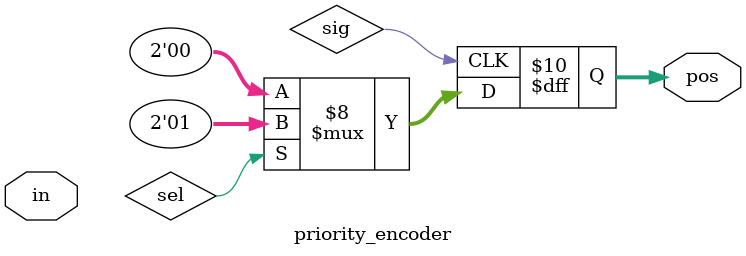
<source format=v>
module priority_encoder( 
input [2:0] in,
output reg [1:0] pos ); 
// When sel=1, assign b to out
// When sel=2, assign a to out
// When sel=3, do not affect out
always @(posedge sig ) begin
  if (sel == 1)
    pos <= 1;
  else if (sel == 2)
    pos <= 1;
  else
    pos <= 0;
end
endmodule

</source>
